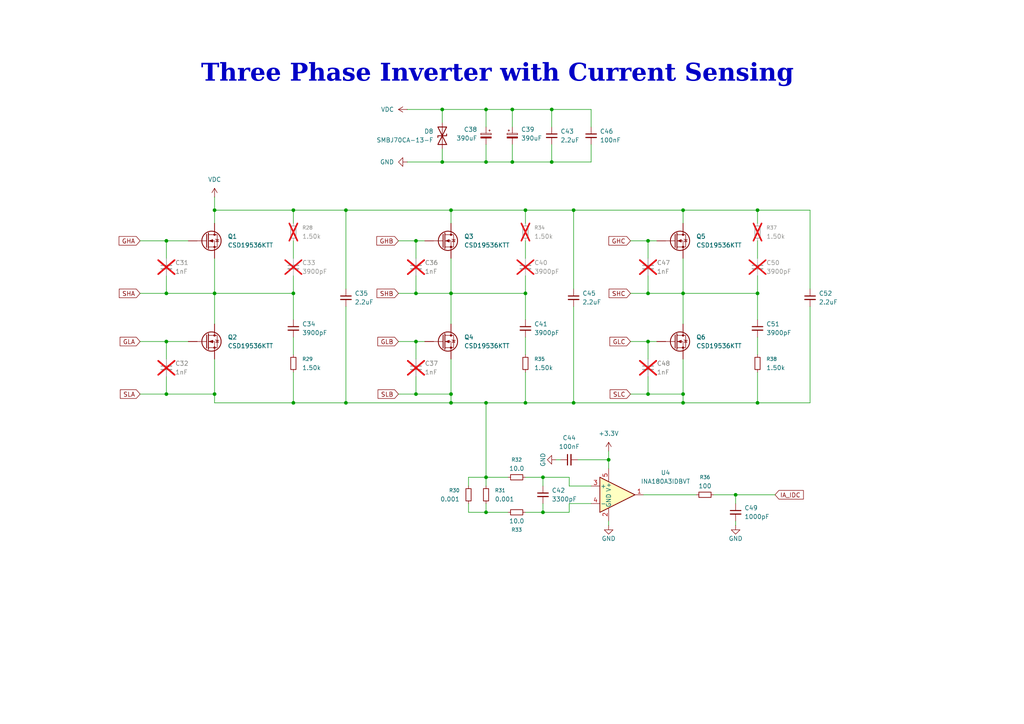
<source format=kicad_sch>
(kicad_sch (version 20250114) (generator "eeschema") (generator_version "9.0")
  (paper "A4")
  (title_block (title "Three Phase Inverter with Current Sensing") (date "2025-06-10"))
  (lib_symbols
    (symbol "Amplifier_Current:INA180A3" (pin_names (offset 0.127))
      (property "Reference" "U" (at 3.81 3.81 0))
      (property "Value" "INA180A3" (at 3.81 -2.54 0))
      (symbol "INA180A3_0_1"
        (polyline (pts (xy 5.08 0) (xy -5.08 5.08) (xy -5.08 -5.08) (xy 5.08 0)) (stroke (width 0.254)) (fill (type background)))
      )
      (symbol "INA180A3_1_1"
        (pin input line (at -7.62 2.54 0) (length 2.54) (name "+") (number "3"))
        (pin input line (at -7.62 -2.54 0) (length 2.54) (name "-") (number "4"))
        (pin power_in line (at -2.54 7.62 270) (length 3.81) (name "V+") (number "5"))
        (pin power_in line (at -2.54 -7.62 90) (length 3.81) (name "GND") (number "2"))
        (pin output line (at 7.62 0 180) (length 2.54) (name "~") (number "1"))
      )
    )
    (symbol "Device:C_Polarized_Small" (pin_numbers (hide yes)) (pin_names (offset 0.254) (hide yes))
      (property "Reference" "C" (at 0.254 1.778 0))
      (property "Value" "C_Polarized_Small" (at 0.254 -2.032 0))
      (symbol "C_Polarized_Small_0_1"
        (rectangle (start -1.524 0.6858) (end 1.524 0.3048))
        (rectangle (start -1.524 -0.3048) (end 1.524 -0.6858) (fill (type outline)))
        (polyline (pts (xy -1.27 1.524) (xy -0.762 1.524)))
        (polyline (pts (xy -1.016 1.27) (xy -1.016 1.778)))
      )
      (symbol "C_Polarized_Small_1_1"
        (pin passive line (at 0 2.54 270) (length 1.8542) (name "~") (number "1"))
        (pin passive line (at 0 -2.54 90) (length 1.8542) (name "~") (number "2"))
      )
    )
    (symbol "Device:C_Small" (pin_numbers (hide yes)) (pin_names (offset 0.254) (hide yes))
      (property "Reference" "C" (at 0.254 1.778 0))
      (property "Value" "C_Small" (at 0.254 -2.032 0))
      (symbol "C_Small_0_1"
        (polyline (pts (xy -1.524 0.508) (xy 1.524 0.508)) (stroke (width 0.3048)))
        (polyline (pts (xy -1.524 -0.508) (xy 1.524 -0.508)) (stroke (width 0.3302)))
      )
      (symbol "C_Small_1_1"
        (pin passive line (at 0 2.54 270) (length 2.032) (name "~") (number "1"))
        (pin passive line (at 0 -2.54 90) (length 2.032) (name "~") (number "2"))
      )
    )
    (symbol "Device:D_TVS" (pin_numbers (hide yes)) (pin_names (offset 1.016) (hide yes))
      (property "Reference" "D" (at 0 2.54 0))
      (property "Value" "D_TVS" (at 0 -2.54 0))
      (symbol "D_TVS_0_1"
        (polyline (pts (xy -2.54 1.27) (xy -2.54 -1.27) (xy 2.54 1.27) (xy 2.54 -1.27) (xy -2.54 1.27)) (stroke (width 0.254)))
        (polyline (pts (xy 0.508 1.27) (xy 0 1.27) (xy 0 -1.27) (xy -0.508 -1.27)) (stroke (width 0.254)))
        (polyline (pts (xy 1.27 0) (xy -1.27 0)))
      )
      (symbol "D_TVS_1_1"
        (pin passive line (at -3.81 0 0) (length 2.54) (name "A1") (number "1"))
        (pin passive line (at 3.81 0 180) (length 2.54) (name "A2") (number "2"))
      )
    )
    (symbol "Device:R_Small" (pin_numbers (hide yes)) (pin_names (offset 0.254) (hide yes))
      (property "Reference" "R" (at 0 0 90))
      (property "Value" "R_Small" (at 1.778 0 90))
      (symbol "R_Small_0_1"
        (rectangle (start -0.762 1.778) (end 0.762 -1.778) (stroke (width 0.2032)))
      )
      (symbol "R_Small_1_1"
        (pin passive line (at 0 2.54 270) (length 0.762) (name "~") (number "1"))
        (pin passive line (at 0 -2.54 90) (length 0.762) (name "~") (number "2"))
      )
    )
    (symbol "Q_NMOS_Depletion_1" (pin_numbers (hide yes)) (pin_names (offset 0) (hide yes))
      (property "Reference" "Q1" (at 6.35 1.2701 0))
      (property "Value" "CSD19536KTT" (at 6.35 -1.2699 0))
      (symbol "Q_NMOS_Depletion_1_0_1"
        (polyline (pts (xy 0.254 1.905) (xy 0.254 -1.905)) (stroke (width 0.254)))
        (polyline (pts (xy 0.254 0) (xy -2.54 0)))
        (polyline (pts (xy 0.762 2.286) (xy 0.762 -2.286)) (stroke (width 0.254)))
        (polyline (pts (xy 0.762 -1.778) (xy 3.302 -1.778) (xy 3.302 1.778) (xy 0.762 1.778)))
        (polyline (pts (xy 1.016 0) (xy 2.032 0.381) (xy 2.032 -0.381) (xy 1.016 0)) (fill (type outline)))
        (circle (center 1.651 0) (radius 2.794) (stroke (width 0.254)))
        (polyline (pts (xy 2.54 2.54) (xy 2.54 1.778)))
        (circle (center 2.54 1.778) (radius 0.254) (fill (type outline)))
        (circle (center 2.54 -1.778) (radius 0.254) (fill (type outline)))
        (polyline (pts (xy 2.54 -2.54) (xy 2.54 0) (xy 0.762 0)))
        (polyline (pts (xy 2.794 0.508) (xy 2.921 0.381) (xy 3.683 0.381) (xy 3.81 0.254)))
        (polyline (pts (xy 3.302 0.381) (xy 2.921 -0.254) (xy 3.683 -0.254) (xy 3.302 0.381)))
      )
      (symbol "Q_NMOS_Depletion_1_1_1"
        (pin input line (at -5.08 0 0) (length 2.54) (name "G") (number "1"))
        (pin passive line (at 2.54 5.08 270) (length 2.54) (name "D") (number "2"))
        (pin passive line (at 2.54 -5.08 90) (length 2.54) (name "S") (number "3"))
      )
    )
    (symbol "power:+15V" (power) (pin_numbers (hide yes)) (pin_names (offset 0) (hide yes))
      (property "Value" "+15V" (at 0 3.556 0))
      (symbol "+15V_0_1"
        (polyline (pts (xy -0.762 1.27) (xy 0 2.54)))
        (polyline (pts (xy 0 2.54) (xy 0.762 1.27)))
        (polyline (pts (xy 0 0) (xy 0 2.54)))
      )
      (symbol "+15V_1_1"
        (pin power_in line (at 0 0 90) (length 0) (name "~") (number "1"))
      )
    )
    (symbol "power:GND" (power) (pin_numbers (hide yes)) (pin_names (offset 0) (hide yes))
      (property "Value" "GND" (at 0 -3.81 0))
      (symbol "GND_0_1"
        (polyline (pts (xy 0 0) (xy 0 -1.27) (xy 1.27 -1.27) (xy 0 -2.54) (xy -1.27 -1.27) (xy 0 -1.27)))
      )
      (symbol "GND_1_1"
        (pin power_in line (at 0 0 270) (length 0) (name "~") (number "1"))
      )
    )
    (symbol "power:VCC" (power) (pin_numbers (hide yes)) (pin_names (offset 0) (hide yes))
      (property "Value" "VCC" (at 0 3.556 0))
      (symbol "VCC_0_1"
        (polyline (pts (xy -0.762 1.27) (xy 0 2.54)))
        (polyline (pts (xy 0 2.54) (xy 0.762 1.27)))
        (polyline (pts (xy 0 0) (xy 0 2.54)))
      )
      (symbol "VCC_1_1"
        (pin power_in line (at 0 0 90) (length 0) (name "~") (number "1"))
      )
    )
  )
  (text "Three Phase Inverter with Current Sensing\n" (at 144.272 22.86 0) (effects (font (size 5.08 5.08) (bold yes))))
  (junction (at 62.23 85.09))
  (junction (at 148.59 46.99))
  (junction (at 120.65 69.85))
  (junction (at 152.4 60.96))
  (junction (at 48.26 99.06))
  (junction (at 130.81 116.84))
  (junction (at 85.09 85.09))
  (junction (at 140.97 148.59))
  (junction (at 213.36 143.51))
  (junction (at 198.12 116.84))
  (junction (at 120.65 99.06))
  (junction (at 152.4 116.84))
  (junction (at 140.97 138.43))
  (junction (at 166.37 60.96))
  (junction (at 100.33 60.96))
  (junction (at 157.48 138.43))
  (junction (at 198.12 60.96))
  (junction (at 62.23 114.3))
  (junction (at 157.48 148.59))
  (junction (at 130.81 114.3))
  (junction (at 187.96 69.85))
  (junction (at 120.65 114.3))
  (junction (at 48.26 114.3))
  (junction (at 100.33 116.84))
  (junction (at 48.26 85.09))
  (junction (at 187.96 85.09))
  (junction (at 128.27 46.99))
  (junction (at 187.96 99.06))
  (junction (at 176.53 133.35))
  (junction (at 62.23 60.96))
  (junction (at 160.02 31.75))
  (junction (at 219.71 116.84))
  (junction (at 166.37 116.84))
  (junction (at 198.12 85.09))
  (junction (at 198.12 114.3))
  (junction (at 140.97 46.99))
  (junction (at 219.71 85.09))
  (junction (at 219.71 60.96))
  (junction (at 128.27 31.75))
  (junction (at 148.59 31.75))
  (junction (at 152.4 85.09))
  (junction (at 120.65 85.09))
  (junction (at 85.09 60.96))
  (junction (at 140.97 116.84))
  (junction (at 130.81 60.96))
  (junction (at 140.97 31.75))
  (junction (at 160.02 46.99))
  (junction (at 48.26 69.85))
  (junction (at 130.81 85.09))
  (junction (at 85.09 116.84))
  (junction (at 187.96 114.3))
  (wire (pts (xy 85.09 85.09) (xy 62.23 85.09)))
  (wire (pts (xy 85.09 74.93) (xy 85.09 69.85)))
  (wire (pts (xy 213.36 143.51) (xy 224.79 143.51)))
  (wire (pts (xy 187.96 85.09) (xy 182.88 85.09)))
  (wire (pts (xy 85.09 80.01) (xy 85.09 85.09)))
  (wire (pts (xy 160.02 36.83) (xy 160.02 31.75)))
  (wire (pts (xy 62.23 114.3) (xy 48.26 114.3)))
  (wire (pts (xy 120.65 74.93) (xy 120.65 69.85)))
  (wire (pts (xy 160.02 31.75) (xy 148.59 31.75)))
  (wire (pts (xy 165.1 138.43) (xy 165.1 140.97)))
  (wire (pts (xy 140.97 116.84) (xy 152.4 116.84)))
  (wire (pts (xy 198.12 64.77) (xy 198.12 60.96)))
  (wire (pts (xy 152.4 107.95) (xy 152.4 116.84)))
  (wire (pts (xy 157.48 140.97) (xy 157.48 138.43)))
  (wire (pts (xy 198.12 85.09) (xy 198.12 93.98)))
  (wire (pts (xy 161.29 133.35) (xy 162.56 133.35)))
  (wire (pts (xy 62.23 74.93) (xy 62.23 85.09)))
  (wire (pts (xy 140.97 36.83) (xy 140.97 31.75)))
  (wire (pts (xy 152.4 148.59) (xy 157.48 148.59)))
  (wire (pts (xy 62.23 116.84) (xy 62.23 114.3)))
  (wire (pts (xy 140.97 146.05) (xy 140.97 148.59)))
  (wire (pts (xy 100.33 116.84) (xy 130.81 116.84)))
  (wire (pts (xy 198.12 104.14) (xy 198.12 114.3)))
  (wire (pts (xy 171.45 31.75) (xy 160.02 31.75)))
  (wire (pts (xy 62.23 60.96) (xy 62.23 64.77)))
  (wire (pts (xy 171.45 41.91) (xy 171.45 46.99)))
  (wire (pts (xy 165.1 148.59) (xy 165.1 146.05)))
  (wire (pts (xy 120.65 99.06) (xy 123.19 99.06)))
  (wire (pts (xy 171.45 36.83) (xy 171.45 31.75)))
  (wire (pts (xy 160.02 46.99) (xy 148.59 46.99)))
  (wire (pts (xy 219.71 85.09) (xy 198.12 85.09)))
  (wire (pts (xy 166.37 60.96) (xy 198.12 60.96)))
  (wire (pts (xy 140.97 148.59) (xy 147.32 148.59)))
  (wire (pts (xy 201.93 143.51) (xy 186.69 143.51)))
  (wire (pts (xy 130.81 64.77) (xy 130.81 60.96)))
  (wire (pts (xy 219.71 102.87) (xy 219.71 97.79)))
  (wire (pts (xy 140.97 138.43) (xy 147.32 138.43)))
  (wire (pts (xy 48.26 99.06) (xy 54.61 99.06)))
  (wire (pts (xy 100.33 88.9) (xy 100.33 116.84)))
  (wire (pts (xy 128.27 31.75) (xy 128.27 35.56)))
  (wire (pts (xy 182.88 114.3) (xy 187.96 114.3)))
  (wire (pts (xy 219.71 107.95) (xy 219.71 116.84)))
  (wire (pts (xy 187.96 104.14) (xy 187.96 99.06)))
  (wire (pts (xy 85.09 60.96) (xy 62.23 60.96)))
  (wire (pts (xy 85.09 107.95) (xy 85.09 116.84)))
  (wire (pts (xy 140.97 41.91) (xy 140.97 46.99)))
  (wire (pts (xy 115.57 114.3) (xy 120.65 114.3)))
  (wire (pts (xy 148.59 36.83) (xy 148.59 31.75)))
  (wire (pts (xy 130.81 104.14) (xy 130.81 114.3)))
  (wire (pts (xy 176.53 152.4) (xy 176.53 151.13)))
  (wire (pts (xy 182.88 99.06) (xy 187.96 99.06)))
  (wire (pts (xy 130.81 116.84) (xy 140.97 116.84)))
  (wire (pts (xy 166.37 83.82) (xy 166.37 60.96)))
  (wire (pts (xy 62.23 116.84) (xy 85.09 116.84)))
  (wire (pts (xy 152.4 92.71) (xy 152.4 85.09)))
  (wire (pts (xy 48.26 74.93) (xy 48.26 69.85)))
  (wire (pts (xy 152.4 60.96) (xy 166.37 60.96)))
  (wire (pts (xy 165.1 146.05) (xy 171.45 146.05)))
  (wire (pts (xy 100.33 60.96) (xy 85.09 60.96)))
  (wire (pts (xy 140.97 138.43) (xy 140.97 140.97)))
  (wire (pts (xy 166.37 88.9) (xy 166.37 116.84)))
  (wire (pts (xy 157.48 138.43) (xy 152.4 138.43)))
  (wire (pts (xy 130.81 85.09) (xy 130.81 93.98)))
  (wire (pts (xy 152.4 69.85) (xy 152.4 74.93)))
  (wire (pts (xy 40.64 114.3) (xy 48.26 114.3)))
  (wire (pts (xy 152.4 102.87) (xy 152.4 97.79)))
  (wire (pts (xy 48.26 85.09) (xy 48.26 80.01)))
  (wire (pts (xy 120.65 104.14) (xy 120.65 99.06)))
  (wire (pts (xy 187.96 99.06) (xy 190.5 99.06)))
  (wire (pts (xy 187.96 69.85) (xy 190.5 69.85)))
  (wire (pts (xy 130.81 116.84) (xy 130.81 114.3)))
  (wire (pts (xy 152.4 85.09) (xy 130.81 85.09)))
  (wire (pts (xy 219.71 60.96) (xy 198.12 60.96)))
  (wire (pts (xy 152.4 80.01) (xy 152.4 85.09)))
  (wire (pts (xy 165.1 140.97) (xy 171.45 140.97)))
  (wire (pts (xy 176.53 133.35) (xy 167.64 133.35)))
  (wire (pts (xy 120.65 85.09) (xy 115.57 85.09)))
  (wire (pts (xy 48.26 69.85) (xy 54.61 69.85)))
  (wire (pts (xy 198.12 114.3) (xy 187.96 114.3)))
  (wire (pts (xy 148.59 41.91) (xy 148.59 46.99)))
  (wire (pts (xy 198.12 116.84) (xy 198.12 114.3)))
  (wire (pts (xy 157.48 148.59) (xy 165.1 148.59)))
  (wire (pts (xy 157.48 146.05) (xy 157.48 148.59)))
  (wire (pts (xy 152.4 64.77) (xy 152.4 60.96)))
  (wire (pts (xy 48.26 114.3) (xy 48.26 109.22)))
  (wire (pts (xy 48.26 104.14) (xy 48.26 99.06)))
  (wire (pts (xy 130.81 114.3) (xy 120.65 114.3)))
  (wire (pts (xy 40.64 85.09) (xy 48.26 85.09)))
  (wire (pts (xy 135.89 140.97) (xy 135.89 138.43)))
  (wire (pts (xy 157.48 138.43) (xy 165.1 138.43)))
  (wire (pts (xy 213.36 146.05) (xy 213.36 143.51)))
  (wire (pts (xy 100.33 116.84) (xy 85.09 116.84)))
  (wire (pts (xy 118.11 46.99) (xy 128.27 46.99)))
  (wire (pts (xy 187.96 85.09) (xy 198.12 85.09)))
  (wire (pts (xy 118.11 31.75) (xy 128.27 31.75)))
  (wire (pts (xy 85.09 92.71) (xy 85.09 85.09)))
  (wire (pts (xy 198.12 116.84) (xy 219.71 116.84)))
  (wire (pts (xy 182.88 69.85) (xy 187.96 69.85)))
  (wire (pts (xy 198.12 74.93) (xy 198.12 85.09)))
  (wire (pts (xy 166.37 116.84) (xy 198.12 116.84)))
  (wire (pts (xy 140.97 46.99) (xy 128.27 46.99)))
  (wire (pts (xy 152.4 60.96) (xy 130.81 60.96)))
  (wire (pts (xy 219.71 116.84) (xy 234.95 116.84)))
  (wire (pts (xy 160.02 41.91) (xy 160.02 46.99)))
  (wire (pts (xy 213.36 151.13) (xy 213.36 152.4)))
  (wire (pts (xy 187.96 74.93) (xy 187.96 69.85)))
  (wire (pts (xy 135.89 146.05) (xy 135.89 148.59)))
  (wire (pts (xy 85.09 102.87) (xy 85.09 97.79)))
  (wire (pts (xy 187.96 80.01) (xy 187.96 85.09)))
  (wire (pts (xy 62.23 57.15) (xy 62.23 60.96)))
  (wire (pts (xy 120.65 109.22) (xy 120.65 114.3)))
  (wire (pts (xy 128.27 43.18) (xy 128.27 46.99)))
  (wire (pts (xy 120.65 80.01) (xy 120.65 85.09)))
  (wire (pts (xy 130.81 74.93) (xy 130.81 85.09)))
  (wire (pts (xy 135.89 148.59) (xy 140.97 148.59)))
  (wire (pts (xy 219.71 92.71) (xy 219.71 85.09)))
  (wire (pts (xy 234.95 88.9) (xy 234.95 116.84)))
  (wire (pts (xy 187.96 109.22) (xy 187.96 114.3)))
  (wire (pts (xy 130.81 60.96) (xy 100.33 60.96)))
  (wire (pts (xy 219.71 64.77) (xy 219.71 60.96)))
  (wire (pts (xy 62.23 104.14) (xy 62.23 114.3)))
  (wire (pts (xy 115.57 99.06) (xy 120.65 99.06)))
  (wire (pts (xy 62.23 93.98) (xy 62.23 85.09)))
  (wire (pts (xy 100.33 83.82) (xy 100.33 60.96)))
  (wire (pts (xy 85.09 64.77) (xy 85.09 60.96)))
  (wire (pts (xy 120.65 85.09) (xy 130.81 85.09)))
  (wire (pts (xy 171.45 46.99) (xy 160.02 46.99)))
  (wire (pts (xy 219.71 60.96) (xy 234.95 60.96)))
  (wire (pts (xy 219.71 80.01) (xy 219.71 85.09)))
  (wire (pts (xy 152.4 116.84) (xy 166.37 116.84)))
  (wire (pts (xy 234.95 83.82) (xy 234.95 60.96)))
  (wire (pts (xy 40.64 99.06) (xy 48.26 99.06)))
  (wire (pts (xy 40.64 69.85) (xy 48.26 69.85)))
  (wire (pts (xy 176.53 135.89) (xy 176.53 133.35)))
  (wire (pts (xy 176.53 130.81) (xy 176.53 133.35)))
  (wire (pts (xy 120.65 69.85) (xy 123.19 69.85)))
  (wire (pts (xy 213.36 143.51) (xy 207.01 143.51)))
  (wire (pts (xy 219.71 69.85) (xy 219.71 74.93)))
  (wire (pts (xy 148.59 46.99) (xy 140.97 46.99)))
  (wire (pts (xy 140.97 116.84) (xy 140.97 138.43)))
  (wire (pts (xy 135.89 138.43) (xy 140.97 138.43)))
  (wire (pts (xy 62.23 85.09) (xy 48.26 85.09)))
  (wire (pts (xy 140.97 31.75) (xy 128.27 31.75)))
  (wire (pts (xy 115.57 69.85) (xy 120.65 69.85)))
  (wire (pts (xy 148.59 31.75) (xy 140.97 31.75)))
  (global_label "SLA" (shape input) (at 40.64 114.3 180) (property "Intersheetrefs" "${INTERSHEET_REFS}" (effects (hide yes))))
  (global_label "SHC" (shape input) (at 182.88 85.09 180) (property "Intersheetrefs" "${INTERSHEET_REFS}" (effects (hide yes))))
  (global_label "SLB" (shape input) (at 115.57 114.3 180) (property "Intersheetrefs" "${INTERSHEET_REFS}" (effects (hide yes))))
  (global_label "GHA" (shape input) (at 40.64 69.85 180) (property "Intersheetrefs" "${INTERSHEET_REFS}" (effects (hide yes))))
  (global_label "SHB" (shape input) (at 115.57 85.09 180) (property "Intersheetrefs" "${INTERSHEET_REFS}" (effects (hide yes))))
  (global_label "GLC" (shape input) (at 182.88 99.06 180) (property "Intersheetrefs" "${INTERSHEET_REFS}" (effects (hide yes))))
  (global_label "IA_IDC" (shape input) (at 224.79 143.51 0) (property "Intersheetrefs" "${INTERSHEET_REFS}" (effects (hide yes))))
  (global_label "SLC" (shape input) (at 182.88 114.3 180) (property "Intersheetrefs" "${INTERSHEET_REFS}" (effects (hide yes))))
  (global_label "GLB" (shape input) (at 115.57 99.06 180) (property "Intersheetrefs" "${INTERSHEET_REFS}" (effects (hide yes))))
  (global_label "GHC" (shape input) (at 182.88 69.85 180) (property "Intersheetrefs" "${INTERSHEET_REFS}" (effects (hide yes))))
  (global_label "GLA" (shape input) (at 40.64 99.06 180) (property "Intersheetrefs" "${INTERSHEET_REFS}" (effects (hide yes))))
  (global_label "SHA" (shape input) (at 40.64 85.09 180) (property "Intersheetrefs" "${INTERSHEET_REFS}" (effects (hide yes))))
  (global_label "GHB" (shape input) (at 115.57 69.85 180) (property "Intersheetrefs" "${INTERSHEET_REFS}" (effects (hide yes))))
  (symbol (lib_id "Device:C_Small") (at 165.1 133.35 90) (unit 1)
    (property "Reference" "C44" (at 165.1063 127 90))
    (property "Value" "100nF" (at 165.1063 129.54 90))
    (property "Footprint" "Capacitor_SMD:C_0603_1608Metric" (effects (hide yes)))
    (property "Description" "Unpolarized capacitor, small symbol" (effects (hide yes)))
  )
  (symbol (lib_name "Q_NMOS_Depletion_1") (lib_id "Device:Q_NMOS_Depletion") (at 195.58 99.06 0) (unit 1)
    (property "Reference" "Q6" (at 201.93 97.7899 0) (effects (justify left)))
    (property "Value" "CSD19536KTT" (at 201.93 100.3299 0) (effects (justify left)))
    (property "Footprint" "Package_TO_SOT_SMD:TO-263-2" (effects (hide yes)))
    (property "Description" "Depletion-mode N-channel MOSFET" (effects (hide yes)))
  )
  (symbol (lib_id "Amplifier_Current:INA180A3") (at 179.07 143.51 0) (unit 1)
    (property "Reference" "U4" (at 193.04 137.0898 0))
    (property "Value" "INA180A3IDBVT" (at 193.04 139.6298 0))
    (property "Footprint" "Package_TO_SOT_SMD:SOT-23-5" (effects (hide yes)))
    (property "Datasheet" "http://www.ti.com/lit/ds/symlink/ina180.pdf" (effects (hide yes)))
    (property "Description" "Current Sense Amplifier, 1 Circuit, Rail-to-Rail, 26V, Gain 100 V/V, SOT-23-5" (effects (hide yes)))
  )
  (symbol (lib_id "Device:C_Small") (at 85.09 77.47 0) (unit 1) (dnp yes)
    (property "Reference" "C33" (at 87.63 76.2062 0) (effects (justify left)))
    (property "Value" "3900pF" (at 87.63 78.7462 0) (effects (justify left)))
    (property "Footprint" "Capacitor_SMD:C_1206_3216Metric" (effects (hide yes)))
    (property "Description" "Unpolarized capacitor, small symbol" (effects (hide yes)))
  )
  (symbol (lib_id "Device:C_Small") (at 48.26 77.47 0) (unit 1) (dnp yes)
    (property "Reference" "C31" (at 50.8 76.2062 0) (effects (justify left)))
    (property "Value" "1nF" (at 50.8 78.7462 0) (effects (justify left)))
    (property "Footprint" "Capacitor_SMD:C_0603_1608Metric" (effects (hide yes)))
    (property "Description" "Unpolarized capacitor, small symbol" (effects (hide yes)))
  )
  (symbol (lib_name "Q_NMOS_Depletion_1") (lib_id "Device:Q_NMOS_Depletion") (at 128.27 69.85 0) (unit 1)
    (property "Reference" "Q3" (at 134.62 68.5799 0) (effects (justify left)))
    (property "Value" "CSD19536KTT" (at 134.62 71.1199 0) (effects (justify left)))
    (property "Footprint" "Package_TO_SOT_SMD:TO-263-2" (effects (hide yes)))
    (property "Description" "Depletion-mode N-channel MOSFET" (effects (hide yes)))
  )
  (symbol (lib_id "power:+15V") (at 62.23 57.15 0) (unit 1)
    (property "Reference" "#PWR056" (effects (hide yes)))
    (property "Value" "VDC" (at 62.23 52.07 0))
    (property "Description" "Power symbol creates a global label with name \"+15V\"" (effects (hide yes)))
  )
  (symbol (lib_id "Device:C_Small") (at 187.96 106.68 0) (unit 1) (dnp yes)
    (property "Reference" "C48" (at 190.5 105.4162 0) (effects (justify left)))
    (property "Value" "1nF" (at 190.5 107.9562 0) (effects (justify left)))
    (property "Footprint" "Capacitor_SMD:C_0603_1608Metric" (effects (hide yes)))
    (property "Description" "Unpolarized capacitor, small symbol" (effects (hide yes)))
  )
  (symbol (lib_id "Device:D_TVS") (at 128.27 39.37 270) (mirror x) (unit 1)
    (property "Reference" "D8" (at 125.73 38.0999 90) (effects (justify right)))
    (property "Value" "SMBJ70CA-13-F" (at 125.73 40.6399 90) (effects (justify right)))
    (property "Footprint" "Diode_SMD:D_SMB" (effects (hide yes)))
    (property "Description" "Bidirectional transient-voltage-suppression diode" (effects (hide yes)))
  )
  (symbol (lib_name "Q_NMOS_Depletion_1") (lib_id "Device:Q_NMOS_Depletion") (at 195.58 69.85 0) (unit 1)
    (property "Reference" "Q5" (at 201.93 68.5799 0) (effects (justify left)))
    (property "Value" "CSD19536KTT" (at 201.93 71.1199 0) (effects (justify left)))
    (property "Footprint" "Package_TO_SOT_SMD:TO-263-2" (effects (hide yes)))
    (property "Description" "Depletion-mode N-channel MOSFET" (effects (hide yes)))
  )
  (symbol (lib_id "Device:R_Small") (at 149.86 138.43 90) (unit 1)
    (property "Reference" "R32" (at 149.86 133.35 90) (effects (font (size 1.016 1.016))))
    (property "Value" "10.0" (at 149.86 135.89 90))
    (property "Footprint" "Resistor_SMD:R_0603_1608Metric" (effects (hide yes)))
    (property "Description" "Resistor, small symbol" (effects (hide yes)))
  )
  (symbol (lib_id "Device:C_Small") (at 152.4 95.25 0) (unit 1)
    (property "Reference" "C41" (at 154.94 93.9862 0) (effects (justify left)))
    (property "Value" "3900pF" (at 154.94 96.5262 0) (effects (justify left)))
    (property "Footprint" "Capacitor_SMD:C_1206_3216Metric" (effects (hide yes)))
    (property "Description" "Unpolarized capacitor, small symbol" (effects (hide yes)))
  )
  (symbol (lib_id "Device:C_Small") (at 166.37 86.36 0) (unit 1)
    (property "Reference" "C45" (at 168.91 85.0962 0) (effects (justify left)))
    (property "Value" "2.2uF" (at 168.91 87.6362 0) (effects (justify left)))
    (property "Footprint" "Capacitor_SMD:C_1206_3216Metric" (effects (hide yes)))
    (property "Description" "Unpolarized capacitor, small symbol" (effects (hide yes)))
  )
  (symbol (lib_name "Q_NMOS_Depletion_1") (lib_id "Device:Q_NMOS_Depletion") (at 59.69 69.85 0) (unit 1)
    (property "Reference" "Q1" (at 66.04 68.5799 0) (effects (justify left)))
    (property "Value" "CSD19536KTT" (at 66.04 71.1199 0) (effects (justify left)))
    (property "Footprint" "Package_TO_SOT_SMD:TO-263-2" (effects (hide yes)))
    (property "Description" "Depletion-mode N-channel MOSFET" (effects (hide yes)))
  )
  (symbol (lib_id "Device:C_Small") (at 120.65 106.68 0) (unit 1) (dnp yes)
    (property "Reference" "C37" (at 123.19 105.4162 0) (effects (justify left)))
    (property "Value" "1nF" (at 123.19 107.9562 0) (effects (justify left)))
    (property "Footprint" "Capacitor_SMD:C_0603_1608Metric" (effects (hide yes)))
    (property "Description" "Unpolarized capacitor, small symbol" (effects (hide yes)))
  )
  (symbol (lib_id "Device:C_Small") (at 157.48 143.51 0) (unit 1)
    (property "Reference" "C42" (at 160.02 142.2462 0) (effects (justify left)))
    (property "Value" "3300pF" (at 160.02 144.7862 0) (effects (justify left)))
    (property "Footprint" "Capacitor_SMD:C_0603_1608Metric" (effects (hide yes)))
    (property "Description" "Unpolarized capacitor, small symbol" (effects (hide yes)))
  )
  (symbol (lib_id "Device:C_Small") (at 100.33 86.36 0) (unit 1)
    (property "Reference" "C35" (at 102.87 85.0962 0) (effects (justify left)))
    (property "Value" "2.2uF" (at 102.87 87.6362 0) (effects (justify left)))
    (property "Footprint" "Capacitor_SMD:C_1206_3216Metric" (effects (hide yes)))
    (property "Description" "Unpolarized capacitor, small symbol" (effects (hide yes)))
  )
  (symbol (lib_id "Device:C_Small") (at 48.26 106.68 0) (unit 1) (dnp yes)
    (property "Reference" "C32" (at 50.8 105.4162 0) (effects (justify left)))
    (property "Value" "1nF" (at 50.8 107.9562 0) (effects (justify left)))
    (property "Footprint" "Capacitor_SMD:C_0603_1608Metric" (effects (hide yes)))
    (property "Description" "Unpolarized capacitor, small symbol" (effects (hide yes)))
  )
  (symbol (lib_id "Device:C_Small") (at 160.02 39.37 0) (unit 1)
    (property "Reference" "C43" (at 162.56 38.1062 0) (effects (justify left)))
    (property "Value" "2.2uF" (at 162.56 40.6462 0) (effects (justify left)))
    (property "Footprint" "Capacitor_SMD:C_1206_3216Metric" (effects (hide yes)))
    (property "Description" "Unpolarized capacitor, small symbol" (effects (hide yes)))
  )
  (symbol (lib_id "Device:C_Small") (at 187.96 77.47 0) (unit 1) (dnp yes)
    (property "Reference" "C47" (at 190.5 76.2062 0) (effects (justify left)))
    (property "Value" "1nF" (at 190.5 78.7462 0) (effects (justify left)))
    (property "Footprint" "Capacitor_SMD:C_0603_1608Metric" (effects (hide yes)))
    (property "Description" "Unpolarized capacitor, small symbol" (effects (hide yes)))
  )
  (symbol (lib_id "Device:R_Small") (at 152.4 67.31 180) (unit 1) (dnp yes)
    (property "Reference" "R34" (at 154.94 66.0399 0) (effects (font (size 1.016 1.016)) (justify right)))
    (property "Value" "1.50k" (at 154.94 68.5799 0) (effects (justify right)))
    (property "Footprint" "Resistor_SMD:R_1206_3216Metric" (effects (hide yes)))
    (property "Description" "Resistor, small symbol" (effects (hide yes)))
  )
  (symbol (lib_id "power:GND") (at 213.36 152.4 0) (unit 1)
    (property "Reference" "#PWR062" (effects (hide yes)))
    (property "Value" "GND" (at 213.36 156.21 0))
    (property "Description" "Power symbol creates a global label with name \"GND\" , ground" (effects (hide yes)))
  )
  (symbol (lib_id "Device:R_Small") (at 219.71 67.31 180) (unit 1) (dnp yes)
    (property "Reference" "R37" (at 222.25 66.0399 0) (effects (font (size 1.016 1.016)) (justify right)))
    (property "Value" "1.50k" (at 222.25 68.5799 0) (effects (justify right)))
    (property "Footprint" "Resistor_SMD:R_1206_3216Metric" (effects (hide yes)))
    (property "Description" "Resistor, small symbol" (effects (hide yes)))
  )
  (symbol (lib_id "power:VCC") (at 176.53 130.81 0) (unit 1)
    (property "Reference" "#PWR060" (effects (hide yes)))
    (property "Value" "+3.3V" (at 176.53 125.73 0))
    (property "Description" "Power symbol creates a global label with name \"VCC\"" (effects (hide yes)))
  )
  (symbol (lib_id "power:GND") (at 176.53 152.4 0) (unit 1)
    (property "Reference" "#PWR061" (effects (hide yes)))
    (property "Value" "GND" (at 176.53 156.21 0))
    (property "Description" "Power symbol creates a global label with name \"GND\" , ground" (effects (hide yes)))
  )
  (symbol (lib_id "Device:C_Small") (at 219.71 77.47 0) (unit 1) (dnp yes)
    (property "Reference" "C50" (at 222.25 76.2062 0) (effects (justify left)))
    (property "Value" "3900pF" (at 222.25 78.7462 0) (effects (justify left)))
    (property "Footprint" "Capacitor_SMD:C_1206_3216Metric" (effects (hide yes)))
    (property "Description" "Unpolarized capacitor, small symbol" (effects (hide yes)))
  )
  (symbol (lib_id "Device:R_Small") (at 140.97 143.51 180) (unit 1)
    (property "Reference" "R31" (at 143.51 142.2399 0) (effects (font (size 1.016 1.016)) (justify right)))
    (property "Value" "0.001" (at 143.51 144.7799 0) (effects (justify right)))
    (property "Footprint" "Resistor_SMD:R_2512_6332Metric" (effects (hide yes)))
    (property "Description" "Resistor, small symbol" (effects (hide yes)))
  )
  (symbol (lib_id "Device:R_Small") (at 85.09 105.41 180) (unit 1)
    (property "Reference" "R29" (at 87.63 104.1399 0) (effects (font (size 1.016 1.016)) (justify right)))
    (property "Value" "1.50k" (at 87.63 106.6799 0) (effects (justify right)))
    (property "Footprint" "Resistor_SMD:R_1206_3216Metric" (effects (hide yes)))
    (property "Description" "Resistor, small symbol" (effects (hide yes)))
  )
  (symbol (lib_id "Device:C_Small") (at 171.45 39.37 0) (unit 1)
    (property "Reference" "C46" (at 173.99 38.1062 0) (effects (justify left)))
    (property "Value" "100nF" (at 173.99 40.6462 0) (effects (justify left)))
    (property "Footprint" "Capacitor_SMD:C_1206_3216Metric" (effects (hide yes)))
    (property "Description" "Unpolarized capacitor, small symbol" (effects (hide yes)))
  )
  (symbol (lib_id "Device:C_Small") (at 234.95 86.36 0) (unit 1)
    (property "Reference" "C52" (at 237.49 85.0962 0) (effects (justify left)))
    (property "Value" "2.2uF" (at 237.49 87.6362 0) (effects (justify left)))
    (property "Footprint" "Capacitor_SMD:C_1206_3216Metric" (effects (hide yes)))
    (property "Description" "Unpolarized capacitor, small symbol" (effects (hide yes)))
  )
  (symbol (lib_id "power:GND") (at 161.29 133.35 270) (unit 1)
    (property "Reference" "#PWR059" (effects (hide yes)))
    (property "Value" "GND" (at 157.48 133.35 0))
    (property "Description" "Power symbol creates a global label with name \"GND\" , ground" (effects (hide yes)))
  )
  (symbol (lib_id "Device:R_Small") (at 219.71 105.41 180) (unit 1)
    (property "Reference" "R38" (at 222.25 104.1399 0) (effects (font (size 1.016 1.016)) (justify right)))
    (property "Value" "1.50k" (at 222.25 106.6799 0) (effects (justify right)))
    (property "Footprint" "Resistor_SMD:R_1206_3216Metric" (effects (hide yes)))
    (property "Description" "Resistor, small symbol" (effects (hide yes)))
  )
  (symbol (lib_id "Device:C_Small") (at 152.4 77.47 0) (unit 1) (dnp yes)
    (property "Reference" "C40" (at 154.94 76.2062 0) (effects (justify left)))
    (property "Value" "3900pF" (at 154.94 78.7462 0) (effects (justify left)))
    (property "Footprint" "Capacitor_SMD:C_1206_3216Metric" (effects (hide yes)))
    (property "Description" "Unpolarized capacitor, small symbol" (effects (hide yes)))
  )
  (symbol (lib_name "Q_NMOS_Depletion_1") (lib_id "Device:Q_NMOS_Depletion") (at 128.27 99.06 0) (unit 1)
    (property "Reference" "Q4" (at 134.62 97.7899 0) (effects (justify left)))
    (property "Value" "CSD19536KTT" (at 134.62 100.3299 0) (effects (justify left)))
    (property "Footprint" "Package_TO_SOT_SMD:TO-263-2" (effects (hide yes)))
    (property "Description" "Depletion-mode N-channel MOSFET" (effects (hide yes)))
  )
  (symbol (lib_id "Device:R_Small") (at 149.86 148.59 270) (unit 1)
    (property "Reference" "R33" (at 149.86 153.67 90) (effects (font (size 1.016 1.016))))
    (property "Value" "10.0" (at 149.86 151.13 90))
    (property "Footprint" "Resistor_SMD:R_0603_1608Metric" (effects (hide yes)))
    (property "Description" "Resistor, small symbol" (effects (hide yes)))
  )
  (symbol (lib_id "Device:R_Small") (at 85.09 67.31 180) (unit 1) (dnp yes)
    (property "Reference" "R28" (at 87.63 66.0399 0) (effects (font (size 1.016 1.016)) (justify right)))
    (property "Value" "1.50k" (at 87.63 68.5799 0) (effects (justify right)))
    (property "Footprint" "Resistor_SMD:R_1206_3216Metric" (effects (hide yes)))
    (property "Description" "Resistor, small symbol" (effects (hide yes)))
  )
  (symbol (lib_id "power:+15V") (at 118.11 31.75 90) (unit 1)
    (property "Reference" "#PWR057" (effects (hide yes)))
    (property "Value" "VDC" (at 114.3 31.7499 90) (effects (justify left)))
    (property "Description" "Power symbol creates a global label with name \"+15V\"" (effects (hide yes)))
  )
  (symbol (lib_name "Q_NMOS_Depletion_1") (lib_id "Device:Q_NMOS_Depletion") (at 59.69 99.06 0) (unit 1)
    (property "Reference" "Q2" (at 66.04 97.7899 0) (effects (justify left)))
    (property "Value" "CSD19536KTT" (at 66.04 100.3299 0) (effects (justify left)))
    (property "Footprint" "Package_TO_SOT_SMD:TO-263-2" (effects (hide yes)))
    (property "Description" "Depletion-mode N-channel MOSFET" (effects (hide yes)))
  )
  (symbol (lib_id "Device:R_Small") (at 135.89 143.51 0) (mirror x) (unit 1)
    (property "Reference" "R30" (at 133.35 142.2399 0) (effects (font (size 1.016 1.016)) (justify right)))
    (property "Value" "0.001" (at 133.35 144.7799 0) (effects (justify right)))
    (property "Footprint" "Resistor_SMD:R_2512_6332Metric" (effects (hide yes)))
    (property "Description" "Resistor, small symbol" (effects (hide yes)))
  )
  (symbol (lib_id "Device:C_Small") (at 120.65 77.47 0) (unit 1) (dnp yes)
    (property "Reference" "C36" (at 123.19 76.2062 0) (effects (justify left)))
    (property "Value" "1nF" (at 123.19 78.7462 0) (effects (justify left)))
    (property "Footprint" "Capacitor_SMD:C_0603_1608Metric" (effects (hide yes)))
    (property "Description" "Unpolarized capacitor, small symbol" (effects (hide yes)))
  )
  (symbol (lib_id "Device:C_Polarized_Small") (at 140.97 39.37 0) (mirror y) (unit 1)
    (property "Reference" "C38" (at 138.43 37.5538 0) (effects (justify left)))
    (property "Value" "390uF" (at 138.43 40.0938 0) (effects (justify left)))
    (property "Footprint" "Capacitor_THT:CP_Radial_D16.0mm_P7.50mm" (effects (hide yes)))
    (property "Description" "Polarized capacitor, small symbol" (effects (hide yes)))
  )
  (symbol (lib_id "Device:C_Small") (at 85.09 95.25 0) (unit 1)
    (property "Reference" "C34" (at 87.63 93.9862 0) (effects (justify left)))
    (property "Value" "3900pF" (at 87.63 96.5262 0) (effects (justify left)))
    (property "Footprint" "Capacitor_SMD:C_1206_3216Metric" (effects (hide yes)))
    (property "Description" "Unpolarized capacitor, small symbol" (effects (hide yes)))
  )
  (symbol (lib_id "power:GND") (at 118.11 46.99 270) (unit 1)
    (property "Reference" "#PWR058" (effects (hide yes)))
    (property "Value" "GND" (at 114.3 46.9899 90) (effects (justify right)))
    (property "Description" "Power symbol creates a global label with name \"GND\" , ground" (effects (hide yes)))
  )
  (symbol (lib_id "Device:R_Small") (at 152.4 105.41 180) (unit 1)
    (property "Reference" "R35" (at 154.94 104.1399 0) (effects (font (size 1.016 1.016)) (justify right)))
    (property "Value" "1.50k" (at 154.94 106.6799 0) (effects (justify right)))
    (property "Footprint" "Resistor_SMD:R_1206_3216Metric" (effects (hide yes)))
    (property "Description" "Resistor, small symbol" (effects (hide yes)))
  )
  (symbol (lib_id "Device:C_Polarized_Small") (at 148.59 39.37 0) (unit 1)
    (property "Reference" "C39" (at 151.13 37.5538 0) (effects (justify left)))
    (property "Value" "390uF" (at 151.13 40.0938 0) (effects (justify left)))
    (property "Footprint" "Capacitor_THT:CP_Radial_D16.0mm_P7.50mm" (effects (hide yes)))
    (property "Description" "Polarized capacitor, small symbol" (effects (hide yes)))
  )
  (symbol (lib_id "Device:C_Small") (at 219.71 95.25 0) (unit 1)
    (property "Reference" "C51" (at 222.25 93.9862 0) (effects (justify left)))
    (property "Value" "3900pF" (at 222.25 96.5262 0) (effects (justify left)))
    (property "Footprint" "Capacitor_SMD:C_1206_3216Metric" (effects (hide yes)))
    (property "Description" "Unpolarized capacitor, small symbol" (effects (hide yes)))
  )
  (symbol (lib_id "Device:R_Small") (at 204.47 143.51 90) (unit 1)
    (property "Reference" "R36" (at 204.47 138.43 90) (effects (font (size 1.016 1.016))))
    (property "Value" "100" (at 204.47 140.97 90))
    (property "Footprint" "Resistor_SMD:R_0603_1608Metric" (effects (hide yes)))
    (property "Description" "Resistor, small symbol" (effects (hide yes)))
  )
  (symbol (lib_id "Device:C_Small") (at 213.36 148.59 0) (unit 1)
    (property "Reference" "C49" (at 215.9 147.3262 0) (effects (justify left)))
    (property "Value" "1000pF" (at 215.9 149.8662 0) (effects (justify left)))
    (property "Footprint" "Capacitor_SMD:C_0603_1608Metric" (effects (hide yes)))
    (property "Description" "Unpolarized capacitor, small symbol" (effects (hide yes)))
  )
)
</source>
